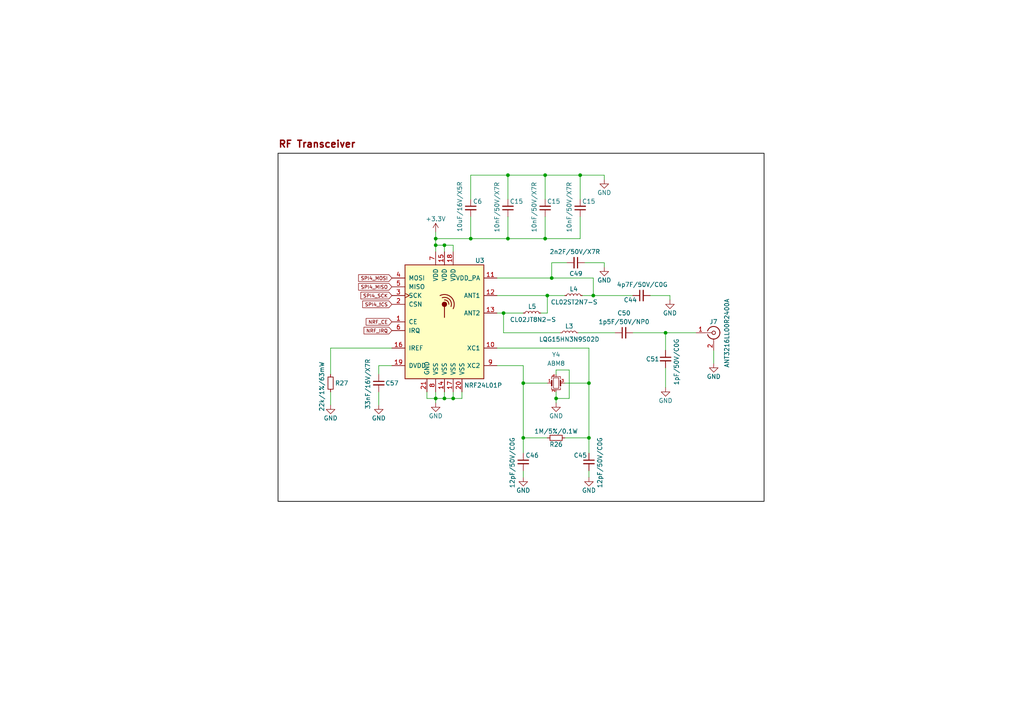
<source format=kicad_sch>
(kicad_sch (version 20230121) (generator eeschema)

  (uuid 867d8281-ff44-4b0f-9757-30636f28f314)

  (paper "A4")

  (title_block
    (title "Radio")
    (date "2023-08-20")
  )

  (lib_symbols
    (symbol "Connector:Conn_Coaxial" (pin_names (offset 1.016) hide) (in_bom yes) (on_board yes)
      (property "Reference" "J" (at 0.254 3.048 0)
        (effects (font (size 1.27 1.27)))
      )
      (property "Value" "Conn_Coaxial" (at 2.921 0 90)
        (effects (font (size 1.27 1.27)))
      )
      (property "Footprint" "" (at 0 0 0)
        (effects (font (size 1.27 1.27)) hide)
      )
      (property "Datasheet" " ~" (at 0 0 0)
        (effects (font (size 1.27 1.27)) hide)
      )
      (property "ki_keywords" "BNC SMA SMB SMC LEMO coaxial connector CINCH RCA" (at 0 0 0)
        (effects (font (size 1.27 1.27)) hide)
      )
      (property "ki_description" "coaxial connector (BNC, SMA, SMB, SMC, Cinch/RCA, LEMO, ...)" (at 0 0 0)
        (effects (font (size 1.27 1.27)) hide)
      )
      (property "ki_fp_filters" "*BNC* *SMA* *SMB* *SMC* *Cinch* *LEMO*" (at 0 0 0)
        (effects (font (size 1.27 1.27)) hide)
      )
      (symbol "Conn_Coaxial_0_1"
        (arc (start -1.778 -0.508) (mid 0.2311 -1.8066) (end 1.778 0)
          (stroke (width 0.254) (type default))
          (fill (type none))
        )
        (polyline
          (pts
            (xy -2.54 0)
            (xy -0.508 0)
          )
          (stroke (width 0) (type default))
          (fill (type none))
        )
        (polyline
          (pts
            (xy 0 -2.54)
            (xy 0 -1.778)
          )
          (stroke (width 0) (type default))
          (fill (type none))
        )
        (circle (center 0 0) (radius 0.508)
          (stroke (width 0.2032) (type default))
          (fill (type none))
        )
        (arc (start 1.778 0) (mid 0.2099 1.8101) (end -1.778 0.508)
          (stroke (width 0.254) (type default))
          (fill (type none))
        )
      )
      (symbol "Conn_Coaxial_1_1"
        (pin passive line (at -5.08 0 0) (length 2.54)
          (name "In" (effects (font (size 1.27 1.27))))
          (number "1" (effects (font (size 1.27 1.27))))
        )
        (pin passive line (at 0 -5.08 90) (length 2.54)
          (name "Ext" (effects (font (size 1.27 1.27))))
          (number "2" (effects (font (size 1.27 1.27))))
        )
      )
    )
    (symbol "Device:C_Small" (pin_numbers hide) (pin_names (offset 0.254) hide) (in_bom yes) (on_board yes)
      (property "Reference" "C" (at 0.254 1.778 0)
        (effects (font (size 1.27 1.27)) (justify left))
      )
      (property "Value" "C_Small" (at 0.254 -2.032 0)
        (effects (font (size 1.27 1.27)) (justify left))
      )
      (property "Footprint" "" (at 0 0 0)
        (effects (font (size 1.27 1.27)) hide)
      )
      (property "Datasheet" "~" (at 0 0 0)
        (effects (font (size 1.27 1.27)) hide)
      )
      (property "ki_keywords" "capacitor cap" (at 0 0 0)
        (effects (font (size 1.27 1.27)) hide)
      )
      (property "ki_description" "Unpolarized capacitor, small symbol" (at 0 0 0)
        (effects (font (size 1.27 1.27)) hide)
      )
      (property "ki_fp_filters" "C_*" (at 0 0 0)
        (effects (font (size 1.27 1.27)) hide)
      )
      (symbol "C_Small_0_1"
        (polyline
          (pts
            (xy -1.524 -0.508)
            (xy 1.524 -0.508)
          )
          (stroke (width 0.3302) (type default))
          (fill (type none))
        )
        (polyline
          (pts
            (xy -1.524 0.508)
            (xy 1.524 0.508)
          )
          (stroke (width 0.3048) (type default))
          (fill (type none))
        )
      )
      (symbol "C_Small_1_1"
        (pin passive line (at 0 2.54 270) (length 2.032)
          (name "~" (effects (font (size 1.27 1.27))))
          (number "1" (effects (font (size 1.27 1.27))))
        )
        (pin passive line (at 0 -2.54 90) (length 2.032)
          (name "~" (effects (font (size 1.27 1.27))))
          (number "2" (effects (font (size 1.27 1.27))))
        )
      )
    )
    (symbol "Device:Crystal_GND24_Small" (pin_names (offset 1.016) hide) (in_bom yes) (on_board yes)
      (property "Reference" "Y" (at 1.27 4.445 0)
        (effects (font (size 1.27 1.27)) (justify left))
      )
      (property "Value" "Crystal_GND24_Small" (at 1.27 2.54 0)
        (effects (font (size 1.27 1.27)) (justify left))
      )
      (property "Footprint" "" (at 0 0 0)
        (effects (font (size 1.27 1.27)) hide)
      )
      (property "Datasheet" "~" (at 0 0 0)
        (effects (font (size 1.27 1.27)) hide)
      )
      (property "ki_keywords" "quartz ceramic resonator oscillator" (at 0 0 0)
        (effects (font (size 1.27 1.27)) hide)
      )
      (property "ki_description" "Four pin crystal, GND on pins 2 and 4, small symbol" (at 0 0 0)
        (effects (font (size 1.27 1.27)) hide)
      )
      (property "ki_fp_filters" "Crystal*" (at 0 0 0)
        (effects (font (size 1.27 1.27)) hide)
      )
      (symbol "Crystal_GND24_Small_0_1"
        (rectangle (start -0.762 -1.524) (end 0.762 1.524)
          (stroke (width 0) (type default))
          (fill (type none))
        )
        (polyline
          (pts
            (xy -1.27 -0.762)
            (xy -1.27 0.762)
          )
          (stroke (width 0.381) (type default))
          (fill (type none))
        )
        (polyline
          (pts
            (xy 1.27 -0.762)
            (xy 1.27 0.762)
          )
          (stroke (width 0.381) (type default))
          (fill (type none))
        )
        (polyline
          (pts
            (xy -1.27 -1.27)
            (xy -1.27 -1.905)
            (xy 1.27 -1.905)
            (xy 1.27 -1.27)
          )
          (stroke (width 0) (type default))
          (fill (type none))
        )
        (polyline
          (pts
            (xy -1.27 1.27)
            (xy -1.27 1.905)
            (xy 1.27 1.905)
            (xy 1.27 1.27)
          )
          (stroke (width 0) (type default))
          (fill (type none))
        )
      )
      (symbol "Crystal_GND24_Small_1_1"
        (pin passive line (at -2.54 0 0) (length 1.27)
          (name "1" (effects (font (size 1.27 1.27))))
          (number "1" (effects (font (size 0.762 0.762))))
        )
        (pin passive line (at 0 -2.54 90) (length 0.635)
          (name "2" (effects (font (size 1.27 1.27))))
          (number "2" (effects (font (size 0.762 0.762))))
        )
        (pin passive line (at 2.54 0 180) (length 1.27)
          (name "3" (effects (font (size 1.27 1.27))))
          (number "3" (effects (font (size 0.762 0.762))))
        )
        (pin passive line (at 0 2.54 270) (length 0.635)
          (name "4" (effects (font (size 1.27 1.27))))
          (number "4" (effects (font (size 0.762 0.762))))
        )
      )
    )
    (symbol "Device:L_Small" (pin_numbers hide) (pin_names (offset 0.254) hide) (in_bom yes) (on_board yes)
      (property "Reference" "L" (at 0.762 1.016 0)
        (effects (font (size 1.27 1.27)) (justify left))
      )
      (property "Value" "L_Small" (at 0.762 -1.016 0)
        (effects (font (size 1.27 1.27)) (justify left))
      )
      (property "Footprint" "" (at 0 0 0)
        (effects (font (size 1.27 1.27)) hide)
      )
      (property "Datasheet" "~" (at 0 0 0)
        (effects (font (size 1.27 1.27)) hide)
      )
      (property "ki_keywords" "inductor choke coil reactor magnetic" (at 0 0 0)
        (effects (font (size 1.27 1.27)) hide)
      )
      (property "ki_description" "Inductor, small symbol" (at 0 0 0)
        (effects (font (size 1.27 1.27)) hide)
      )
      (property "ki_fp_filters" "Choke_* *Coil* Inductor_* L_*" (at 0 0 0)
        (effects (font (size 1.27 1.27)) hide)
      )
      (symbol "L_Small_0_1"
        (arc (start 0 -2.032) (mid 0.5058 -1.524) (end 0 -1.016)
          (stroke (width 0) (type default))
          (fill (type none))
        )
        (arc (start 0 -1.016) (mid 0.5058 -0.508) (end 0 0)
          (stroke (width 0) (type default))
          (fill (type none))
        )
        (arc (start 0 0) (mid 0.5058 0.508) (end 0 1.016)
          (stroke (width 0) (type default))
          (fill (type none))
        )
        (arc (start 0 1.016) (mid 0.5058 1.524) (end 0 2.032)
          (stroke (width 0) (type default))
          (fill (type none))
        )
      )
      (symbol "L_Small_1_1"
        (pin passive line (at 0 2.54 270) (length 0.508)
          (name "~" (effects (font (size 1.27 1.27))))
          (number "1" (effects (font (size 1.27 1.27))))
        )
        (pin passive line (at 0 -2.54 90) (length 0.508)
          (name "~" (effects (font (size 1.27 1.27))))
          (number "2" (effects (font (size 1.27 1.27))))
        )
      )
    )
    (symbol "Device:R_Small" (pin_numbers hide) (pin_names (offset 0.254) hide) (in_bom yes) (on_board yes)
      (property "Reference" "R" (at 0.762 0.508 0)
        (effects (font (size 1.27 1.27)) (justify left))
      )
      (property "Value" "R_Small" (at 0.762 -1.016 0)
        (effects (font (size 1.27 1.27)) (justify left))
      )
      (property "Footprint" "" (at 0 0 0)
        (effects (font (size 1.27 1.27)) hide)
      )
      (property "Datasheet" "~" (at 0 0 0)
        (effects (font (size 1.27 1.27)) hide)
      )
      (property "ki_keywords" "R resistor" (at 0 0 0)
        (effects (font (size 1.27 1.27)) hide)
      )
      (property "ki_description" "Resistor, small symbol" (at 0 0 0)
        (effects (font (size 1.27 1.27)) hide)
      )
      (property "ki_fp_filters" "R_*" (at 0 0 0)
        (effects (font (size 1.27 1.27)) hide)
      )
      (symbol "R_Small_0_1"
        (rectangle (start -0.762 1.778) (end 0.762 -1.778)
          (stroke (width 0.2032) (type default))
          (fill (type none))
        )
      )
      (symbol "R_Small_1_1"
        (pin passive line (at 0 2.54 270) (length 0.762)
          (name "~" (effects (font (size 1.27 1.27))))
          (number "1" (effects (font (size 1.27 1.27))))
        )
        (pin passive line (at 0 -2.54 90) (length 0.762)
          (name "~" (effects (font (size 1.27 1.27))))
          (number "2" (effects (font (size 1.27 1.27))))
        )
      )
    )
    (symbol "RF:nRF24L01P" (pin_names (offset 1.016)) (in_bom yes) (on_board yes)
      (property "Reference" "U3" (at 8.89 17.78 0)
        (effects (font (size 1.27 1.27)) (justify left))
      )
      (property "Value" "NRF24L01P" (at 5.715 -18.415 0)
        (effects (font (size 1.27 1.27)) (justify left))
      )
      (property "Footprint" "Package_DFN_QFN:QFN-20-1EP_4x4mm_P0.5mm_EP2.5x2.5mm" (at 5.08 20.32 0)
        (effects (font (size 1.27 1.27) italic) (justify left) hide)
      )
      (property "Datasheet" "http://www.nordicsemi.com/eng/content/download/2726/34069/file/nRF24L01P_Product_Specification_1_0.pdf" (at 0 2.54 0)
        (effects (font (size 1.27 1.27)) hide)
      )
      (property "ki_keywords" "Low Power RF Transceiver" (at 0 0 0)
        (effects (font (size 1.27 1.27)) hide)
      )
      (property "ki_description" "nRF24L01+, Ultra low power 2.4GHz RF Transceiver, QFN20 4x4mm" (at 0 0 0)
        (effects (font (size 1.27 1.27)) hide)
      )
      (property "ki_fp_filters" "QFN*4x4*0.5mm*" (at 0 0 0)
        (effects (font (size 1.27 1.27)) hide)
      )
      (symbol "nRF24L01P_0_1"
        (rectangle (start -11.43 16.51) (end 11.43 -16.51)
          (stroke (width 0.254) (type default))
          (fill (type background))
        )
        (polyline
          (pts
            (xy 0 4.445)
            (xy 0 1.27)
          )
          (stroke (width 0.254) (type default))
          (fill (type none))
        )
        (circle (center 0 5.08) (radius 0.635)
          (stroke (width 0.254) (type default))
          (fill (type outline))
        )
        (arc (start 1.27 5.08) (mid 0.9071 5.9946) (end 0 6.35)
          (stroke (width 0.254) (type default))
          (fill (type none))
        )
        (arc (start 1.905 4.445) (mid 1.4313 6.5254) (end -0.635 6.985)
          (stroke (width 0.254) (type default))
          (fill (type none))
        )
        (arc (start 2.54 3.81) (mid 2.008 7.088) (end -1.27 7.62)
          (stroke (width 0.254) (type default))
          (fill (type none))
        )
        (rectangle (start 11.43 -13.97) (end 11.43 -13.97)
          (stroke (width 0) (type default))
          (fill (type none))
        )
      )
      (symbol "nRF24L01P_1_1"
        (pin input line (at -15.24 0 0) (length 3.81)
          (name "CE" (effects (font (size 1.27 1.27))))
          (number "1" (effects (font (size 1.27 1.27))))
        )
        (pin passive line (at 15.24 -7.62 180) (length 3.81)
          (name "XC1" (effects (font (size 1.27 1.27))))
          (number "10" (effects (font (size 1.27 1.27))))
        )
        (pin power_out line (at 15.24 12.7 180) (length 3.81)
          (name "VDD_PA" (effects (font (size 1.27 1.27))))
          (number "11" (effects (font (size 1.27 1.27))))
        )
        (pin passive line (at 15.24 7.62 180) (length 3.81)
          (name "ANT1" (effects (font (size 1.27 1.27))))
          (number "12" (effects (font (size 1.27 1.27))))
        )
        (pin passive line (at 15.24 2.54 180) (length 3.81)
          (name "ANT2" (effects (font (size 1.27 1.27))))
          (number "13" (effects (font (size 1.27 1.27))))
        )
        (pin power_in line (at 0 -20.32 90) (length 3.81)
          (name "VSS" (effects (font (size 1.27 1.27))))
          (number "14" (effects (font (size 1.27 1.27))))
        )
        (pin power_in line (at 0 20.32 270) (length 3.81)
          (name "VDD" (effects (font (size 1.27 1.27))))
          (number "15" (effects (font (size 1.27 1.27))))
        )
        (pin passive line (at -15.24 -7.62 0) (length 3.81)
          (name "IREF" (effects (font (size 1.27 1.27))))
          (number "16" (effects (font (size 1.27 1.27))))
        )
        (pin power_in line (at 2.54 -20.32 90) (length 3.81)
          (name "VSS" (effects (font (size 1.27 1.27))))
          (number "17" (effects (font (size 1.27 1.27))))
        )
        (pin power_in line (at 2.54 20.32 270) (length 3.81)
          (name "VDD" (effects (font (size 1.27 1.27))))
          (number "18" (effects (font (size 1.27 1.27))))
        )
        (pin power_out line (at -15.24 -12.7 0) (length 3.81)
          (name "DVDD" (effects (font (size 1.27 1.27))))
          (number "19" (effects (font (size 1.27 1.27))))
        )
        (pin input line (at -15.24 5.08 0) (length 3.81)
          (name "CSN" (effects (font (size 1.27 1.27))))
          (number "2" (effects (font (size 1.27 1.27))))
        )
        (pin power_in line (at 5.08 -20.32 90) (length 3.81)
          (name "VSS" (effects (font (size 1.27 1.27))))
          (number "20" (effects (font (size 1.27 1.27))))
        )
        (pin bidirectional line (at -5.08 -20.32 90) (length 3.81)
          (name "GND" (effects (font (size 1.27 1.27))))
          (number "21" (effects (font (size 1.27 1.27))))
        )
        (pin input clock (at -15.24 7.62 0) (length 3.81)
          (name "SCK" (effects (font (size 1.27 1.27))))
          (number "3" (effects (font (size 1.27 1.27))))
        )
        (pin input line (at -15.24 12.7 0) (length 3.81)
          (name "MOSI" (effects (font (size 1.27 1.27))))
          (number "4" (effects (font (size 1.27 1.27))))
        )
        (pin output line (at -15.24 10.16 0) (length 3.81)
          (name "MISO" (effects (font (size 1.27 1.27))))
          (number "5" (effects (font (size 1.27 1.27))))
        )
        (pin output line (at -15.24 -2.54 0) (length 3.81)
          (name "IRQ" (effects (font (size 1.27 1.27))))
          (number "6" (effects (font (size 1.27 1.27))))
        )
        (pin power_in line (at -2.54 20.32 270) (length 3.81)
          (name "VDD" (effects (font (size 1.27 1.27))))
          (number "7" (effects (font (size 1.27 1.27))))
        )
        (pin power_in line (at -2.54 -20.32 90) (length 3.81)
          (name "VSS" (effects (font (size 1.27 1.27))))
          (number "8" (effects (font (size 1.27 1.27))))
        )
        (pin passive line (at 15.24 -12.7 180) (length 3.81)
          (name "XC2" (effects (font (size 1.27 1.27))))
          (number "9" (effects (font (size 1.27 1.27))))
        )
      )
    )
    (symbol "power:+3.3V" (power) (pin_names (offset 0)) (in_bom yes) (on_board yes)
      (property "Reference" "#PWR" (at 0 -3.81 0)
        (effects (font (size 1.27 1.27)) hide)
      )
      (property "Value" "+3.3V" (at 0 3.556 0)
        (effects (font (size 1.27 1.27)))
      )
      (property "Footprint" "" (at 0 0 0)
        (effects (font (size 1.27 1.27)) hide)
      )
      (property "Datasheet" "" (at 0 0 0)
        (effects (font (size 1.27 1.27)) hide)
      )
      (property "ki_keywords" "global power" (at 0 0 0)
        (effects (font (size 1.27 1.27)) hide)
      )
      (property "ki_description" "Power symbol creates a global label with name \"+3.3V\"" (at 0 0 0)
        (effects (font (size 1.27 1.27)) hide)
      )
      (symbol "+3.3V_0_1"
        (polyline
          (pts
            (xy -0.762 1.27)
            (xy 0 2.54)
          )
          (stroke (width 0) (type default))
          (fill (type none))
        )
        (polyline
          (pts
            (xy 0 0)
            (xy 0 2.54)
          )
          (stroke (width 0) (type default))
          (fill (type none))
        )
        (polyline
          (pts
            (xy 0 2.54)
            (xy 0.762 1.27)
          )
          (stroke (width 0) (type default))
          (fill (type none))
        )
      )
      (symbol "+3.3V_1_1"
        (pin power_in line (at 0 0 90) (length 0) hide
          (name "+3.3V" (effects (font (size 1.27 1.27))))
          (number "1" (effects (font (size 1.27 1.27))))
        )
      )
    )
    (symbol "power:GND" (power) (pin_names (offset 0)) (in_bom yes) (on_board yes)
      (property "Reference" "#PWR" (at 0 -6.35 0)
        (effects (font (size 1.27 1.27)) hide)
      )
      (property "Value" "GND" (at 0 -3.81 0)
        (effects (font (size 1.27 1.27)))
      )
      (property "Footprint" "" (at 0 0 0)
        (effects (font (size 1.27 1.27)) hide)
      )
      (property "Datasheet" "" (at 0 0 0)
        (effects (font (size 1.27 1.27)) hide)
      )
      (property "ki_keywords" "global power" (at 0 0 0)
        (effects (font (size 1.27 1.27)) hide)
      )
      (property "ki_description" "Power symbol creates a global label with name \"GND\" , ground" (at 0 0 0)
        (effects (font (size 1.27 1.27)) hide)
      )
      (symbol "GND_0_1"
        (polyline
          (pts
            (xy 0 0)
            (xy 0 -1.27)
            (xy 1.27 -1.27)
            (xy 0 -2.54)
            (xy -1.27 -1.27)
            (xy 0 -1.27)
          )
          (stroke (width 0) (type default))
          (fill (type none))
        )
      )
      (symbol "GND_1_1"
        (pin power_in line (at 0 0 270) (length 0) hide
          (name "GND" (effects (font (size 1.27 1.27))))
          (number "1" (effects (font (size 1.27 1.27))))
        )
      )
    )
  )

  (junction (at 170.815 127) (diameter 0) (color 0 0 0 0)
    (uuid 01049f24-05de-4c39-9c44-1a4deb6b6448)
  )
  (junction (at 147.32 69.215) (diameter 0) (color 0 0 0 0)
    (uuid 11ca4b48-e4f3-4301-90e9-cbb847f00419)
  )
  (junction (at 158.75 85.725) (diameter 0) (color 0 0 0 0)
    (uuid 15097506-2269-4889-9a5a-e4a8e3224551)
  )
  (junction (at 146.05 90.805) (diameter 0) (color 0 0 0 0)
    (uuid 1c266aac-8e9f-4c48-a3fc-6cc8c6ba6a9e)
  )
  (junction (at 126.365 69.215) (diameter 0) (color 0 0 0 0)
    (uuid 2ed88e2e-3f97-440d-a07f-4c56b3e84887)
  )
  (junction (at 158.115 69.215) (diameter 0) (color 0 0 0 0)
    (uuid 3287fc49-dd9c-43cf-a180-9d67d9a8cc91)
  )
  (junction (at 160.02 80.645) (diameter 0) (color 0 0 0 0)
    (uuid 4a96547d-9448-46d8-a739-1229536a91a5)
  )
  (junction (at 126.365 71.12) (diameter 0) (color 0 0 0 0)
    (uuid 5731d2a3-2450-4921-bf25-17bc9d5be693)
  )
  (junction (at 128.905 115.57) (diameter 0) (color 0 0 0 0)
    (uuid 5a5d6739-6ff1-4bf7-949b-e3a3bcd57e5f)
  )
  (junction (at 158.115 50.8) (diameter 0) (color 0 0 0 0)
    (uuid 903bb8e7-47aa-496e-9206-3e1dcb964131)
  )
  (junction (at 126.365 115.57) (diameter 0) (color 0 0 0 0)
    (uuid 9f3f01f3-77bd-4c5f-8b64-b6f1bcc3fb76)
  )
  (junction (at 151.765 127) (diameter 0) (color 0 0 0 0)
    (uuid a82e1c27-8dff-4cae-82ee-13999ecd3373)
  )
  (junction (at 151.765 111.125) (diameter 0) (color 0 0 0 0)
    (uuid c2787d82-0356-45c3-bfae-109d70c3cd82)
  )
  (junction (at 193.04 96.52) (diameter 0) (color 0 0 0 0)
    (uuid c285893a-f1c9-480e-b520-b2abb9d5e970)
  )
  (junction (at 172.085 85.725) (diameter 0) (color 0 0 0 0)
    (uuid c3cf558e-24c9-4129-91b3-cb6d0244da83)
  )
  (junction (at 136.525 69.215) (diameter 0) (color 0 0 0 0)
    (uuid c3eac52f-3d43-4c6d-8dc3-3ff27216f764)
  )
  (junction (at 147.32 50.8) (diameter 0) (color 0 0 0 0)
    (uuid cb0b274f-f571-4519-93fa-5356f1d32c7f)
  )
  (junction (at 161.29 115.57) (diameter 0) (color 0 0 0 0)
    (uuid cc2a29bc-80a6-485b-9f32-56b62a61153a)
  )
  (junction (at 170.815 111.125) (diameter 0) (color 0 0 0 0)
    (uuid cc652a04-d583-4932-b43e-54fb2997c553)
  )
  (junction (at 131.445 115.57) (diameter 0) (color 0 0 0 0)
    (uuid d1464c3a-a712-46a6-82b5-f33b5edc79af)
  )
  (junction (at 168.275 50.8) (diameter 0) (color 0 0 0 0)
    (uuid e9518917-5ff7-42d8-8a6e-0a8571863858)
  )
  (junction (at 128.905 71.12) (diameter 0) (color 0 0 0 0)
    (uuid f78f01bd-2548-4237-ac13-a3c7439fb54b)
  )

  (wire (pts (xy 131.445 73.025) (xy 131.445 71.12))
    (stroke (width 0) (type default))
    (uuid 009c9fdc-d7d1-41f0-90c2-aa716eb39de6)
  )
  (wire (pts (xy 126.365 69.215) (xy 136.525 69.215))
    (stroke (width 0) (type default))
    (uuid 02af3479-f14c-4f51-b547-5c86ab04bc95)
  )
  (wire (pts (xy 172.085 80.645) (xy 172.085 85.725))
    (stroke (width 0) (type default))
    (uuid 059faaf2-60b4-4dec-a73b-dc7028b9bbf9)
  )
  (wire (pts (xy 158.115 69.215) (xy 158.115 62.865))
    (stroke (width 0) (type default))
    (uuid 06060e2a-85e9-40f4-8689-47b17b3d8dd5)
  )
  (wire (pts (xy 147.32 50.8) (xy 147.32 57.785))
    (stroke (width 0) (type default))
    (uuid 08be1948-36d8-44cf-912d-45d7f1cd59a6)
  )
  (wire (pts (xy 183.515 96.52) (xy 193.04 96.52))
    (stroke (width 0) (type default))
    (uuid 0c978055-a81c-4719-9cb1-211ace842655)
  )
  (wire (pts (xy 167.64 96.52) (xy 178.435 96.52))
    (stroke (width 0) (type default))
    (uuid 0ca81f23-0b4d-4e20-9329-62e62515bd38)
  )
  (wire (pts (xy 161.29 107.315) (xy 161.29 108.585))
    (stroke (width 0) (type default))
    (uuid 0ddbd76c-5c5d-4364-9995-df1616693ea4)
  )
  (wire (pts (xy 128.905 115.57) (xy 128.905 113.665))
    (stroke (width 0) (type default))
    (uuid 0f05195b-1c79-4c2c-88c6-4315680b318a)
  )
  (wire (pts (xy 170.815 100.965) (xy 144.145 100.965))
    (stroke (width 0) (type default))
    (uuid 17f79c72-03be-4590-971e-ad71a3f12911)
  )
  (wire (pts (xy 151.765 127) (xy 151.765 131.445))
    (stroke (width 0) (type default))
    (uuid 1c44d732-7249-4168-a75c-e911adff845c)
  )
  (wire (pts (xy 172.085 85.725) (xy 183.515 85.725))
    (stroke (width 0) (type default))
    (uuid 1c9a51c2-e340-42d8-b103-25c6a040fe63)
  )
  (wire (pts (xy 175.26 76.2) (xy 175.26 77.47))
    (stroke (width 0) (type default))
    (uuid 1e3896bc-718c-4959-9203-b107ebab780e)
  )
  (wire (pts (xy 144.145 80.645) (xy 160.02 80.645))
    (stroke (width 0) (type default))
    (uuid 262c3297-e636-4721-a0f5-12f695ea1106)
  )
  (wire (pts (xy 163.83 111.125) (xy 170.815 111.125))
    (stroke (width 0) (type default))
    (uuid 28b94734-cf31-4b94-b850-3a95e2439c18)
  )
  (wire (pts (xy 193.04 106.68) (xy 193.04 112.395))
    (stroke (width 0) (type default))
    (uuid 30e6f7e0-9c74-4c38-bb94-1b029a19396a)
  )
  (wire (pts (xy 193.04 96.52) (xy 201.93 96.52))
    (stroke (width 0) (type default))
    (uuid 37996691-baa3-46f3-8d89-24dfcc6cf8d1)
  )
  (wire (pts (xy 131.445 115.57) (xy 133.985 115.57))
    (stroke (width 0) (type default))
    (uuid 3e16f844-a7ac-47ac-8463-c38b20a83cd1)
  )
  (wire (pts (xy 151.765 136.525) (xy 151.765 138.43))
    (stroke (width 0) (type default))
    (uuid 3eb218ca-2e0e-49a0-a467-4685297e7448)
  )
  (wire (pts (xy 113.665 106.045) (xy 109.855 106.045))
    (stroke (width 0) (type default))
    (uuid 3fdefb42-5db9-48ec-a375-a0bef04e6b39)
  )
  (wire (pts (xy 126.365 113.665) (xy 126.365 115.57))
    (stroke (width 0) (type default))
    (uuid 40665968-f9fa-4be7-bf5e-109e4efaecb9)
  )
  (wire (pts (xy 126.365 115.57) (xy 128.905 115.57))
    (stroke (width 0) (type default))
    (uuid 449fb035-b96c-437d-ad4c-0bce2b5d08d1)
  )
  (wire (pts (xy 151.765 127) (xy 158.75 127))
    (stroke (width 0) (type default))
    (uuid 44cd4752-e781-4906-8ed6-c981fa62bbba)
  )
  (wire (pts (xy 207.01 101.6) (xy 207.01 105.41))
    (stroke (width 0) (type default))
    (uuid 45404117-9aeb-470b-9021-2486a262cc8b)
  )
  (wire (pts (xy 131.445 71.12) (xy 128.905 71.12))
    (stroke (width 0) (type default))
    (uuid 4b8d916e-0e5b-4418-8b28-e639eb8da4c0)
  )
  (wire (pts (xy 126.365 69.215) (xy 126.365 71.12))
    (stroke (width 0) (type default))
    (uuid 4ece9810-f9d6-49a1-b2fd-b50e25799f07)
  )
  (wire (pts (xy 95.885 113.665) (xy 95.885 117.475))
    (stroke (width 0) (type default))
    (uuid 552c50df-8fd6-4f9a-bcd0-ed6b96bc016d)
  )
  (wire (pts (xy 136.525 69.215) (xy 136.525 62.865))
    (stroke (width 0) (type default))
    (uuid 55fdc58b-101c-44a8-896b-47272a564452)
  )
  (wire (pts (xy 168.275 50.8) (xy 175.26 50.8))
    (stroke (width 0) (type default))
    (uuid 5a437d50-23a6-4026-8bd2-a178902a9cc9)
  )
  (wire (pts (xy 131.445 115.57) (xy 131.445 113.665))
    (stroke (width 0) (type default))
    (uuid 5bbf341e-7e3f-4cb4-8912-f3ddc62b3d38)
  )
  (wire (pts (xy 128.905 115.57) (xy 131.445 115.57))
    (stroke (width 0) (type default))
    (uuid 5ff3fa12-5b48-44ab-a7e8-d8a2a6902245)
  )
  (wire (pts (xy 169.545 76.2) (xy 175.26 76.2))
    (stroke (width 0) (type default))
    (uuid 660430c1-0ff9-422d-b319-ba796714ba14)
  )
  (wire (pts (xy 123.825 115.57) (xy 126.365 115.57))
    (stroke (width 0) (type default))
    (uuid 67839aa3-3b3b-438f-a408-7bbe9a7334f1)
  )
  (wire (pts (xy 160.02 80.645) (xy 172.085 80.645))
    (stroke (width 0) (type default))
    (uuid 694852fc-62d8-491e-9b5b-aa46c76e223a)
  )
  (wire (pts (xy 175.26 50.8) (xy 175.26 52.07))
    (stroke (width 0) (type default))
    (uuid 6b71bc66-729b-42f5-9f49-ab5255feda4c)
  )
  (wire (pts (xy 136.525 69.215) (xy 147.32 69.215))
    (stroke (width 0) (type default))
    (uuid 712a8ae7-d18a-43b5-8592-cf4cbd288cd6)
  )
  (wire (pts (xy 188.595 85.725) (xy 194.31 85.725))
    (stroke (width 0) (type default))
    (uuid 726359cc-a28b-4f64-addd-da34560f578e)
  )
  (wire (pts (xy 144.145 85.725) (xy 158.75 85.725))
    (stroke (width 0) (type default))
    (uuid 7407c7f9-3986-4b7e-9891-0a1b080a83e0)
  )
  (wire (pts (xy 151.765 111.125) (xy 151.765 127))
    (stroke (width 0) (type default))
    (uuid 78aa93f5-7cfb-44a7-beca-848c9ca29e3b)
  )
  (wire (pts (xy 160.02 76.2) (xy 160.02 80.645))
    (stroke (width 0) (type default))
    (uuid 795e7db3-a0d6-4571-88fa-c8a72a1dba9f)
  )
  (wire (pts (xy 161.29 115.57) (xy 161.29 116.84))
    (stroke (width 0) (type default))
    (uuid 7a708e60-f761-452d-b6e6-0b5c20f24929)
  )
  (wire (pts (xy 158.115 50.8) (xy 168.275 50.8))
    (stroke (width 0) (type default))
    (uuid 7c018570-b1a0-4e6e-8a35-6acbdfebb8c0)
  )
  (wire (pts (xy 109.855 113.665) (xy 109.855 117.475))
    (stroke (width 0) (type default))
    (uuid 7e9dad5e-7b70-494d-bf56-d6f190e94641)
  )
  (wire (pts (xy 95.885 100.965) (xy 113.665 100.965))
    (stroke (width 0) (type default))
    (uuid 8dd44a75-2fed-403a-aa52-0a71605abcac)
  )
  (wire (pts (xy 123.825 113.665) (xy 123.825 115.57))
    (stroke (width 0) (type default))
    (uuid 912c9519-4ad9-4d4a-993f-be931be707d8)
  )
  (wire (pts (xy 170.815 111.125) (xy 170.815 127))
    (stroke (width 0) (type default))
    (uuid 91b2c2ec-70a7-4cdb-aa1d-a4e7ebb40069)
  )
  (wire (pts (xy 146.05 96.52) (xy 162.56 96.52))
    (stroke (width 0) (type default))
    (uuid 9af9dfb7-f063-4ad7-b97a-6eb27c79aed3)
  )
  (wire (pts (xy 170.815 100.965) (xy 170.815 111.125))
    (stroke (width 0) (type default))
    (uuid 9e8214ee-fe24-49b4-82d5-2580bb1cde06)
  )
  (wire (pts (xy 146.05 90.805) (xy 151.765 90.805))
    (stroke (width 0) (type default))
    (uuid a8a1d32a-3a48-4c71-ad6c-55f7031abc7a)
  )
  (wire (pts (xy 146.05 90.805) (xy 146.05 96.52))
    (stroke (width 0) (type default))
    (uuid aa14534b-9420-478c-bb3f-ab40386159b5)
  )
  (wire (pts (xy 109.855 106.045) (xy 109.855 108.585))
    (stroke (width 0) (type default))
    (uuid aa2d937a-d425-45ac-bdfa-474c9b134d6e)
  )
  (wire (pts (xy 147.32 69.215) (xy 158.115 69.215))
    (stroke (width 0) (type default))
    (uuid abd51039-9965-4763-98bf-383339118ba1)
  )
  (wire (pts (xy 164.465 76.2) (xy 160.02 76.2))
    (stroke (width 0) (type default))
    (uuid ad609a5a-7bd2-44f7-9034-b222541bc858)
  )
  (wire (pts (xy 147.32 50.8) (xy 158.115 50.8))
    (stroke (width 0) (type default))
    (uuid add41d23-0adc-46a8-9d69-900b01f33b58)
  )
  (wire (pts (xy 126.365 71.12) (xy 126.365 73.025))
    (stroke (width 0) (type default))
    (uuid af289426-0eba-4079-baa2-7c4c259d5a70)
  )
  (wire (pts (xy 168.91 85.725) (xy 172.085 85.725))
    (stroke (width 0) (type default))
    (uuid b4a87a4d-8365-46ee-aaa8-8b896d5500c1)
  )
  (wire (pts (xy 165.1 107.315) (xy 161.29 107.315))
    (stroke (width 0) (type default))
    (uuid b50414a7-b49e-42f7-b52d-387e3b2d576f)
  )
  (wire (pts (xy 133.985 115.57) (xy 133.985 113.665))
    (stroke (width 0) (type default))
    (uuid b6df54e9-f9eb-42c1-b28e-b50314297083)
  )
  (wire (pts (xy 128.905 71.12) (xy 126.365 71.12))
    (stroke (width 0) (type default))
    (uuid b8737bd5-0156-41a1-86d6-dc99975e4d0e)
  )
  (wire (pts (xy 163.83 127) (xy 170.815 127))
    (stroke (width 0) (type default))
    (uuid bbec9785-57f2-480a-9003-b6581f79a051)
  )
  (wire (pts (xy 158.115 69.215) (xy 168.275 69.215))
    (stroke (width 0) (type default))
    (uuid be804155-2c9e-4044-abf5-291f2ad96535)
  )
  (wire (pts (xy 136.525 57.785) (xy 136.525 50.8))
    (stroke (width 0) (type default))
    (uuid c209d065-ad64-4ad4-8a51-d11b1809b0ea)
  )
  (wire (pts (xy 193.04 96.52) (xy 193.04 101.6))
    (stroke (width 0) (type default))
    (uuid c643f4fd-7577-4112-a01d-e29bc2bc2627)
  )
  (wire (pts (xy 151.765 106.045) (xy 151.765 111.125))
    (stroke (width 0) (type default))
    (uuid c854b56b-bd0e-435d-9c39-473d772a8307)
  )
  (wire (pts (xy 128.905 73.025) (xy 128.905 71.12))
    (stroke (width 0) (type default))
    (uuid ca227ceb-5457-49b3-9eda-c906e43949c8)
  )
  (wire (pts (xy 168.275 69.215) (xy 168.275 62.865))
    (stroke (width 0) (type default))
    (uuid ccf89b8b-7bc2-47c7-af17-a90dac1bb39d)
  )
  (wire (pts (xy 126.365 115.57) (xy 126.365 116.84))
    (stroke (width 0) (type default))
    (uuid cd122e4e-f39e-4dbc-aa77-9860edc47aa5)
  )
  (wire (pts (xy 170.815 136.525) (xy 170.815 138.43))
    (stroke (width 0) (type default))
    (uuid cd820288-bcfb-4036-b400-a0b53b68129a)
  )
  (wire (pts (xy 151.765 106.045) (xy 144.145 106.045))
    (stroke (width 0) (type default))
    (uuid ce32c992-9242-46f2-8964-c634e5db596d)
  )
  (wire (pts (xy 144.145 90.805) (xy 146.05 90.805))
    (stroke (width 0) (type default))
    (uuid ceb7fbf0-9a34-47ae-ac2b-170326a82a15)
  )
  (wire (pts (xy 158.115 50.8) (xy 158.115 57.785))
    (stroke (width 0) (type default))
    (uuid d0ce0b17-0e3d-4d56-9d47-23b6ddacd2c4)
  )
  (wire (pts (xy 170.815 127) (xy 170.815 131.445))
    (stroke (width 0) (type default))
    (uuid d6715812-5e10-4195-935a-5238d70bca84)
  )
  (wire (pts (xy 95.885 108.585) (xy 95.885 100.965))
    (stroke (width 0) (type default))
    (uuid d6b29907-07dc-4b5c-9ff9-8a7742ad7361)
  )
  (wire (pts (xy 165.1 107.315) (xy 165.1 115.57))
    (stroke (width 0) (type default))
    (uuid d957e9ce-b1cd-444e-ad09-7fc8faa2cb15)
  )
  (wire (pts (xy 136.525 50.8) (xy 147.32 50.8))
    (stroke (width 0) (type default))
    (uuid da256c51-625a-4d30-ab51-6f04968f74cd)
  )
  (wire (pts (xy 194.31 85.725) (xy 194.31 86.995))
    (stroke (width 0) (type default))
    (uuid ddff69c6-acb0-4a5a-9ae9-02406e40cdb8)
  )
  (wire (pts (xy 147.32 69.215) (xy 147.32 62.865))
    (stroke (width 0) (type default))
    (uuid dfba0a49-5ed2-4eaf-80f6-4252f2b50b08)
  )
  (wire (pts (xy 126.365 67.31) (xy 126.365 69.215))
    (stroke (width 0) (type default))
    (uuid e3a98a4f-2fff-480a-a650-354968ca6270)
  )
  (wire (pts (xy 151.765 111.125) (xy 158.75 111.125))
    (stroke (width 0) (type default))
    (uuid e5181c70-fd56-470e-bc28-d8122891d9b4)
  )
  (wire (pts (xy 158.75 90.805) (xy 158.75 85.725))
    (stroke (width 0) (type default))
    (uuid e616cf3b-a7f6-467c-9370-f08ebb57b63d)
  )
  (wire (pts (xy 168.275 50.8) (xy 168.275 57.785))
    (stroke (width 0) (type default))
    (uuid ee138c6a-ac81-4c3d-b945-a21d223d6810)
  )
  (wire (pts (xy 156.845 90.805) (xy 158.75 90.805))
    (stroke (width 0) (type default))
    (uuid f683f7a5-91e8-48b0-b0c7-4e569002ed55)
  )
  (wire (pts (xy 158.75 85.725) (xy 163.83 85.725))
    (stroke (width 0) (type default))
    (uuid f80c354e-2d1b-4ab0-9daf-c6d6e272e4bf)
  )
  (wire (pts (xy 161.29 115.57) (xy 165.1 115.57))
    (stroke (width 0) (type default))
    (uuid fb6745a4-bf45-4ed8-af60-67f1c9a05f01)
  )
  (wire (pts (xy 161.29 113.665) (xy 161.29 115.57))
    (stroke (width 0) (type default))
    (uuid feb7861d-4313-4c7c-b406-427c75ac751e)
  )

  (rectangle (start 80.645 44.45) (end 221.615 145.415)
    (stroke (width 0.2) (type default) (color 0 0 0 1))
    (fill (type none))
    (uuid 2b3d7eee-62d0-4f36-a25f-2f435a71a920)
  )

  (text "RF Transceiver" (at 80.645 43.18 0)
    (effects (font (size 2 2) (thickness 0.4) bold (color 132 0 0 1)) (justify left bottom))
    (uuid d42cbcfb-864e-4360-839a-1c74443f6eb3)
  )

  (global_label "NRF_IRQ" (shape input) (at 113.665 95.885 180) (fields_autoplaced)
    (effects (font (size 1 1)) (justify right))
    (uuid 10c59ba5-15e0-4ebf-9607-c6b5433a5cb6)
    (property "Intersheetrefs" "${INTERSHEET_REFS}" (at 105.1867 95.885 0)
      (effects (font (size 1.27 1.27)) (justify right) hide)
    )
  )
  (global_label "NRF_CE" (shape input) (at 113.665 93.345 180) (fields_autoplaced)
    (effects (font (size 1 1)) (justify right))
    (uuid 1fe54b31-5708-4a61-9ade-068250073dfb)
    (property "Intersheetrefs" "${INTERSHEET_REFS}" (at 105.8057 93.345 0)
      (effects (font (size 1.27 1.27)) (justify right) hide)
    )
  )
  (global_label "SPI4_!CS" (shape input) (at 113.665 88.265 180) (fields_autoplaced)
    (effects (font (size 1 1)) (justify right))
    (uuid 6cda957b-b2ed-49db-91b5-7089b1d4f1b1)
    (property "Intersheetrefs" "${INTERSHEET_REFS}" (at 104.8056 88.265 0)
      (effects (font (size 1.27 1.27)) (justify right) hide)
    )
  )
  (global_label "SPI4_MISO" (shape input) (at 113.665 83.185 180) (fields_autoplaced)
    (effects (font (size 1 1)) (justify right))
    (uuid 77a8a0ac-f86e-4f61-a09f-b20d5a2d61d1)
    (property "Intersheetrefs" "${INTERSHEET_REFS}" (at 103.6151 83.185 0)
      (effects (font (size 1.27 1.27)) (justify right) hide)
    )
  )
  (global_label "SPI4_SCK" (shape input) (at 113.665 85.725 180) (fields_autoplaced)
    (effects (font (size 1 1)) (justify right))
    (uuid b72c6853-2d74-42ce-b4f4-09926b067544)
    (property "Intersheetrefs" "${INTERSHEET_REFS}" (at 104.2818 85.725 0)
      (effects (font (size 1.27 1.27)) (justify right) hide)
    )
  )
  (global_label "SPI4_MOSI" (shape input) (at 113.665 80.645 180) (fields_autoplaced)
    (effects (font (size 1 1)) (justify right))
    (uuid fb8f4c2a-679b-4e19-b10d-2529a3630ed8)
    (property "Intersheetrefs" "${INTERSHEET_REFS}" (at 103.6151 80.645 0)
      (effects (font (size 1.27 1.27)) (justify right) hide)
    )
  )

  (symbol (lib_id "power:GND") (at 151.765 138.43 0) (unit 1)
    (in_bom yes) (on_board yes) (dnp no)
    (uuid 0027825f-1564-4c45-929d-ca1b32aab69b)
    (property "Reference" "#PWR083" (at 151.765 144.78 0)
      (effects (font (size 1.27 1.27)) hide)
    )
    (property "Value" "GND" (at 151.765 142.24 0)
      (effects (font (size 1.27 1.27)))
    )
    (property "Footprint" "" (at 151.765 138.43 0)
      (effects (font (size 1.27 1.27)) hide)
    )
    (property "Datasheet" "" (at 151.765 138.43 0)
      (effects (font (size 1.27 1.27)) hide)
    )
    (pin "1" (uuid 42368669-e431-42d3-8ca9-1bc4f9700635))
    (instances
      (project "3D Scanner with IR sensor Central Unit"
        (path "/ebb0c329-72b8-4399-9379-9a536462861f/a6ecb4fe-41dd-4b85-adbc-ce9e402fe813"
          (reference "#PWR083") (unit 1)
        )
        (path "/ebb0c329-72b8-4399-9379-9a536462861f/7e192b20-b944-4f53-b479-858de3b859d1"
          (reference "#PWR0120") (unit 1)
        )
      )
    )
  )

  (symbol (lib_id "Device:C_Small") (at 170.815 133.985 0) (unit 1)
    (in_bom yes) (on_board yes) (dnp no)
    (uuid 0966fe8d-1803-4207-8c1e-14e14cf842af)
    (property "Reference" "C45" (at 166.37 132.08 0)
      (effects (font (size 1.27 1.27)) (justify left))
    )
    (property "Value" "12pF/50V/C0G" (at 173.99 141.605 90)
      (effects (font (size 1.27 1.27)) (justify left))
    )
    (property "Footprint" "Capacitor_SMD:C_0402_1005Metric" (at 170.815 133.985 0)
      (effects (font (size 1.27 1.27)) hide)
    )
    (property "Datasheet" "~" (at 170.815 133.985 0)
      (effects (font (size 1.27 1.27)) hide)
    )
    (pin "1" (uuid 3837b96e-4490-4dca-b173-2d2573fc8ad8))
    (pin "2" (uuid c7694bb0-8a95-47fb-8122-1389a562ee09))
    (instances
      (project "3D Scanner with IR sensor Central Unit"
        (path "/ebb0c329-72b8-4399-9379-9a536462861f/a6ecb4fe-41dd-4b85-adbc-ce9e402fe813"
          (reference "C45") (unit 1)
        )
        (path "/ebb0c329-72b8-4399-9379-9a536462861f/7e192b20-b944-4f53-b479-858de3b859d1"
          (reference "C70") (unit 1)
        )
      )
    )
  )

  (symbol (lib_id "power:GND") (at 194.31 86.995 0) (unit 1)
    (in_bom yes) (on_board yes) (dnp no)
    (uuid 14c4da79-8cb9-4768-a8d1-a1b7691548d6)
    (property "Reference" "#PWR090" (at 194.31 93.345 0)
      (effects (font (size 1.27 1.27)) hide)
    )
    (property "Value" "GND" (at 194.31 90.805 0)
      (effects (font (size 1.27 1.27)))
    )
    (property "Footprint" "" (at 194.31 86.995 0)
      (effects (font (size 1.27 1.27)) hide)
    )
    (property "Datasheet" "" (at 194.31 86.995 0)
      (effects (font (size 1.27 1.27)) hide)
    )
    (pin "1" (uuid b7d61166-c88b-4ae0-8aa6-2eaa479c0252))
    (instances
      (project "3D Scanner with IR sensor Central Unit"
        (path "/ebb0c329-72b8-4399-9379-9a536462861f/a6ecb4fe-41dd-4b85-adbc-ce9e402fe813"
          (reference "#PWR090") (unit 1)
        )
        (path "/ebb0c329-72b8-4399-9379-9a536462861f/7e192b20-b944-4f53-b479-858de3b859d1"
          (reference "#PWR0126") (unit 1)
        )
      )
    )
  )

  (symbol (lib_id "power:GND") (at 175.26 52.07 0) (unit 1)
    (in_bom yes) (on_board yes) (dnp no)
    (uuid 159154af-c825-463e-b449-c2afee935d49)
    (property "Reference" "#PWR087" (at 175.26 58.42 0)
      (effects (font (size 1.27 1.27)) hide)
    )
    (property "Value" "GND" (at 175.26 55.88 0)
      (effects (font (size 1.27 1.27)))
    )
    (property "Footprint" "" (at 175.26 52.07 0)
      (effects (font (size 1.27 1.27)) hide)
    )
    (property "Datasheet" "" (at 175.26 52.07 0)
      (effects (font (size 1.27 1.27)) hide)
    )
    (pin "1" (uuid 57777d66-622f-4e01-93b3-c3885b992407))
    (instances
      (project "3D Scanner with IR sensor Central Unit"
        (path "/ebb0c329-72b8-4399-9379-9a536462861f/a6ecb4fe-41dd-4b85-adbc-ce9e402fe813"
          (reference "#PWR087") (unit 1)
        )
        (path "/ebb0c329-72b8-4399-9379-9a536462861f/7e192b20-b944-4f53-b479-858de3b859d1"
          (reference "#PWR0123") (unit 1)
        )
      )
    )
  )

  (symbol (lib_id "Device:C_Small") (at 186.055 85.725 90) (unit 1)
    (in_bom yes) (on_board yes) (dnp no)
    (uuid 2420672b-f0ad-4e05-a6be-5aa6478594d4)
    (property "Reference" "C44" (at 184.785 86.995 90)
      (effects (font (size 1.27 1.27)) (justify left))
    )
    (property "Value" "4p7F/50V/C0G" (at 193.675 82.55 90)
      (effects (font (size 1.27 1.27)) (justify left))
    )
    (property "Footprint" "Capacitor_SMD:C_0402_1005Metric" (at 186.055 85.725 0)
      (effects (font (size 1.27 1.27)) hide)
    )
    (property "Datasheet" "~" (at 186.055 85.725 0)
      (effects (font (size 1.27 1.27)) hide)
    )
    (pin "1" (uuid 8c14b654-b624-45bc-b7b3-8c7555917a61))
    (pin "2" (uuid d357737e-663a-407a-b34b-b5f4ea82d153))
    (instances
      (project "3D Scanner with IR sensor Central Unit"
        (path "/ebb0c329-72b8-4399-9379-9a536462861f/a6ecb4fe-41dd-4b85-adbc-ce9e402fe813"
          (reference "C44") (unit 1)
        )
        (path "/ebb0c329-72b8-4399-9379-9a536462861f/7e192b20-b944-4f53-b479-858de3b859d1"
          (reference "C72") (unit 1)
        )
      )
    )
  )

  (symbol (lib_id "Device:C_Small") (at 158.115 60.325 180) (unit 1)
    (in_bom yes) (on_board yes) (dnp no)
    (uuid 27d6b491-f12e-49e2-8889-e6787c9d3e4c)
    (property "Reference" "C15" (at 162.56 58.42 0)
      (effects (font (size 1.27 1.27)) (justify left))
    )
    (property "Value" "10nF/50V/X7R" (at 154.94 52.705 90)
      (effects (font (size 1.27 1.27)) (justify left))
    )
    (property "Footprint" "Capacitor_SMD:C_0402_1005Metric" (at 158.115 60.325 0)
      (effects (font (size 1.27 1.27)) hide)
    )
    (property "Datasheet" "~" (at 158.115 60.325 0)
      (effects (font (size 1.27 1.27)) hide)
    )
    (pin "1" (uuid 2d756364-655a-4b14-bcfb-355550c01200))
    (pin "2" (uuid 5bfdc6d6-97eb-482e-8c2f-74fff24aa7cc))
    (instances
      (project "3D Scanner with IR sensor Central Unit"
        (path "/ebb0c329-72b8-4399-9379-9a536462861f/7d263b51-1cbb-418f-927c-203a7c6b22cf"
          (reference "C15") (unit 1)
        )
        (path "/ebb0c329-72b8-4399-9379-9a536462861f/a6ecb4fe-41dd-4b85-adbc-ce9e402fe813"
          (reference "C55") (unit 1)
        )
        (path "/ebb0c329-72b8-4399-9379-9a536462861f/7e192b20-b944-4f53-b479-858de3b859d1"
          (reference "C67") (unit 1)
        )
      )
    )
  )

  (symbol (lib_id "Connector:Conn_Coaxial") (at 207.01 96.52 0) (unit 1)
    (in_bom yes) (on_board yes) (dnp no)
    (uuid 2c6665ee-b8ae-4af4-9dde-421b93a24b3d)
    (property "Reference" "J7" (at 205.74 93.345 0)
      (effects (font (size 1.27 1.27)) (justify left))
    )
    (property "Value" "ANT3216LL00R2400A" (at 210.82 106.68 90)
      (effects (font (size 1.27 1.27)) (justify left))
    )
    (property "Footprint" "RF_Antenna:Johanson_2450AT18x100" (at 207.01 96.52 0)
      (effects (font (size 1.27 1.27)) hide)
    )
    (property "Datasheet" " ~" (at 207.01 96.52 0)
      (effects (font (size 1.27 1.27)) hide)
    )
    (pin "1" (uuid f306493d-5a83-4156-8efd-0b08a49d5965))
    (pin "2" (uuid 38bb5369-9fd9-4bf7-bdeb-e2f651f09495))
    (instances
      (project "3D Scanner with IR sensor Central Unit"
        (path "/ebb0c329-72b8-4399-9379-9a536462861f/a6ecb4fe-41dd-4b85-adbc-ce9e402fe813"
          (reference "J7") (unit 1)
        )
        (path "/ebb0c329-72b8-4399-9379-9a536462861f/7e192b20-b944-4f53-b479-858de3b859d1"
          (reference "J11") (unit 1)
        )
      )
    )
  )

  (symbol (lib_id "power:GND") (at 126.365 116.84 0) (unit 1)
    (in_bom yes) (on_board yes) (dnp no)
    (uuid 37895502-36a5-4d71-b9b0-edca0cfe81f8)
    (property "Reference" "#PWR072" (at 126.365 123.19 0)
      (effects (font (size 1.27 1.27)) hide)
    )
    (property "Value" "GND" (at 126.365 120.65 0)
      (effects (font (size 1.27 1.27)))
    )
    (property "Footprint" "" (at 126.365 116.84 0)
      (effects (font (size 1.27 1.27)) hide)
    )
    (property "Datasheet" "" (at 126.365 116.84 0)
      (effects (font (size 1.27 1.27)) hide)
    )
    (pin "1" (uuid 3fe6ad6a-bf5b-4826-ba90-c4241136b2b5))
    (instances
      (project "3D Scanner with IR sensor Central Unit"
        (path "/ebb0c329-72b8-4399-9379-9a536462861f/a6ecb4fe-41dd-4b85-adbc-ce9e402fe813"
          (reference "#PWR072") (unit 1)
        )
        (path "/ebb0c329-72b8-4399-9379-9a536462861f/7e192b20-b944-4f53-b479-858de3b859d1"
          (reference "#PWR0119") (unit 1)
        )
      )
    )
  )

  (symbol (lib_id "power:GND") (at 95.885 117.475 0) (unit 1)
    (in_bom yes) (on_board yes) (dnp no)
    (uuid 3de5c528-1f48-4519-bd2e-ec6e7699d1f2)
    (property "Reference" "#PWR089" (at 95.885 123.825 0)
      (effects (font (size 1.27 1.27)) hide)
    )
    (property "Value" "GND" (at 95.885 121.285 0)
      (effects (font (size 1.27 1.27)))
    )
    (property "Footprint" "" (at 95.885 117.475 0)
      (effects (font (size 1.27 1.27)) hide)
    )
    (property "Datasheet" "" (at 95.885 117.475 0)
      (effects (font (size 1.27 1.27)) hide)
    )
    (pin "1" (uuid b78004f9-525a-43e3-a53d-6961bd03eba3))
    (instances
      (project "3D Scanner with IR sensor Central Unit"
        (path "/ebb0c329-72b8-4399-9379-9a536462861f/a6ecb4fe-41dd-4b85-adbc-ce9e402fe813"
          (reference "#PWR089") (unit 1)
        )
        (path "/ebb0c329-72b8-4399-9379-9a536462861f/7e192b20-b944-4f53-b479-858de3b859d1"
          (reference "#PWR0116") (unit 1)
        )
      )
    )
  )

  (symbol (lib_id "power:GND") (at 161.29 116.84 0) (unit 1)
    (in_bom yes) (on_board yes) (dnp no)
    (uuid 413fb003-4812-4cdd-a9aa-f6a348310c55)
    (property "Reference" "#PWR085" (at 161.29 123.19 0)
      (effects (font (size 1.27 1.27)) hide)
    )
    (property "Value" "GND" (at 161.29 120.65 0)
      (effects (font (size 1.27 1.27)))
    )
    (property "Footprint" "" (at 161.29 116.84 0)
      (effects (font (size 1.27 1.27)) hide)
    )
    (property "Datasheet" "" (at 161.29 116.84 0)
      (effects (font (size 1.27 1.27)) hide)
    )
    (pin "1" (uuid e69f1f20-5b97-4d9c-b0d6-b6431f179598))
    (instances
      (project "3D Scanner with IR sensor Central Unit"
        (path "/ebb0c329-72b8-4399-9379-9a536462861f/a6ecb4fe-41dd-4b85-adbc-ce9e402fe813"
          (reference "#PWR085") (unit 1)
        )
        (path "/ebb0c329-72b8-4399-9379-9a536462861f/7e192b20-b944-4f53-b479-858de3b859d1"
          (reference "#PWR0121") (unit 1)
        )
      )
    )
  )

  (symbol (lib_id "power:GND") (at 175.26 77.47 0) (unit 1)
    (in_bom yes) (on_board yes) (dnp no)
    (uuid 451d8974-3aa2-4a00-95e4-a28689d10cf9)
    (property "Reference" "#PWR091" (at 175.26 83.82 0)
      (effects (font (size 1.27 1.27)) hide)
    )
    (property "Value" "GND" (at 175.26 81.28 0)
      (effects (font (size 1.27 1.27)))
    )
    (property "Footprint" "" (at 175.26 77.47 0)
      (effects (font (size 1.27 1.27)) hide)
    )
    (property "Datasheet" "" (at 175.26 77.47 0)
      (effects (font (size 1.27 1.27)) hide)
    )
    (pin "1" (uuid 6b39dded-7bf9-4390-8a18-4f82dce700fa))
    (instances
      (project "3D Scanner with IR sensor Central Unit"
        (path "/ebb0c329-72b8-4399-9379-9a536462861f/a6ecb4fe-41dd-4b85-adbc-ce9e402fe813"
          (reference "#PWR091") (unit 1)
        )
        (path "/ebb0c329-72b8-4399-9379-9a536462861f/7e192b20-b944-4f53-b479-858de3b859d1"
          (reference "#PWR0124") (unit 1)
        )
      )
    )
  )

  (symbol (lib_id "Device:C_Small") (at 147.32 60.325 180) (unit 1)
    (in_bom yes) (on_board yes) (dnp no)
    (uuid 45ee924a-a610-434d-ad08-94fc76d26798)
    (property "Reference" "C15" (at 151.765 58.42 0)
      (effects (font (size 1.27 1.27)) (justify left))
    )
    (property "Value" "10nF/50V/X7R" (at 144.145 52.705 90)
      (effects (font (size 1.27 1.27)) (justify left))
    )
    (property "Footprint" "Capacitor_SMD:C_0402_1005Metric" (at 147.32 60.325 0)
      (effects (font (size 1.27 1.27)) hide)
    )
    (property "Datasheet" "~" (at 147.32 60.325 0)
      (effects (font (size 1.27 1.27)) hide)
    )
    (pin "1" (uuid b0cafeed-37b4-415d-a06a-424a039b7ce3))
    (pin "2" (uuid 435e14d6-245a-451b-981b-362aaefb3474))
    (instances
      (project "3D Scanner with IR sensor Central Unit"
        (path "/ebb0c329-72b8-4399-9379-9a536462861f/7d263b51-1cbb-418f-927c-203a7c6b22cf"
          (reference "C15") (unit 1)
        )
        (path "/ebb0c329-72b8-4399-9379-9a536462861f/a6ecb4fe-41dd-4b85-adbc-ce9e402fe813"
          (reference "C54") (unit 1)
        )
        (path "/ebb0c329-72b8-4399-9379-9a536462861f/7e192b20-b944-4f53-b479-858de3b859d1"
          (reference "C65") (unit 1)
        )
      )
    )
  )

  (symbol (lib_id "Device:L_Small") (at 165.1 96.52 90) (unit 1)
    (in_bom yes) (on_board yes) (dnp no)
    (uuid 4b9c064d-cfc8-403a-b3e9-eba80b75b6c4)
    (property "Reference" "L3" (at 165.1 94.615 90)
      (effects (font (size 1.27 1.27)))
    )
    (property "Value" "LQG15HN3N9S02D" (at 165.1 98.425 90)
      (effects (font (size 1.27 1.27)))
    )
    (property "Footprint" "Inductor_SMD:L_0402_1005Metric" (at 165.1 96.52 0)
      (effects (font (size 1.27 1.27)) hide)
    )
    (property "Datasheet" "~" (at 165.1 96.52 0)
      (effects (font (size 1.27 1.27)) hide)
    )
    (pin "1" (uuid ec3a78a2-cb70-4b9c-a7c9-b46279eccec7))
    (pin "2" (uuid 73cada4a-b01d-4f03-a58c-c4787b2ec6c5))
    (instances
      (project "3D Scanner with IR sensor Central Unit"
        (path "/ebb0c329-72b8-4399-9379-9a536462861f/a6ecb4fe-41dd-4b85-adbc-ce9e402fe813"
          (reference "L3") (unit 1)
        )
        (path "/ebb0c329-72b8-4399-9379-9a536462861f/7e192b20-b944-4f53-b479-858de3b859d1"
          (reference "L6") (unit 1)
        )
      )
    )
  )

  (symbol (lib_id "Device:C_Small") (at 151.765 133.985 0) (unit 1)
    (in_bom yes) (on_board yes) (dnp no)
    (uuid 599cbdba-c52f-4e0b-b55b-c7923eaca613)
    (property "Reference" "C46" (at 152.4 132.08 0)
      (effects (font (size 1.27 1.27)) (justify left))
    )
    (property "Value" "12pF/50V/C0G" (at 148.59 141.605 90)
      (effects (font (size 1.27 1.27)) (justify left))
    )
    (property "Footprint" "Capacitor_SMD:C_0402_1005Metric" (at 151.765 133.985 0)
      (effects (font (size 1.27 1.27)) hide)
    )
    (property "Datasheet" "~" (at 151.765 133.985 0)
      (effects (font (size 1.27 1.27)) hide)
    )
    (pin "1" (uuid 1ee56478-615c-4c3d-8d5c-0bff87766fa2))
    (pin "2" (uuid e303b8a4-f592-4da8-9ad4-147d3fa1ee30))
    (instances
      (project "3D Scanner with IR sensor Central Unit"
        (path "/ebb0c329-72b8-4399-9379-9a536462861f/a6ecb4fe-41dd-4b85-adbc-ce9e402fe813"
          (reference "C46") (unit 1)
        )
        (path "/ebb0c329-72b8-4399-9379-9a536462861f/7e192b20-b944-4f53-b479-858de3b859d1"
          (reference "C66") (unit 1)
        )
      )
    )
  )

  (symbol (lib_id "Device:C_Small") (at 193.04 104.14 0) (unit 1)
    (in_bom yes) (on_board yes) (dnp no)
    (uuid 7754d1ac-46f9-48f6-b644-3ac3f568366e)
    (property "Reference" "C51" (at 187.325 104.14 0)
      (effects (font (size 1.27 1.27)) (justify left))
    )
    (property "Value" "1pF/50V/C0G" (at 196.215 111.76 90)
      (effects (font (size 1.27 1.27)) (justify left))
    )
    (property "Footprint" "Capacitor_SMD:C_0402_1005Metric" (at 193.04 104.14 0)
      (effects (font (size 1.27 1.27)) hide)
    )
    (property "Datasheet" "~" (at 193.04 104.14 0)
      (effects (font (size 1.27 1.27)) hide)
    )
    (pin "1" (uuid 1f72249d-76aa-4bae-8346-b82d91cccaa8))
    (pin "2" (uuid 4bcb90b0-127f-4dca-9739-c48f1e3342a2))
    (instances
      (project "3D Scanner with IR sensor Central Unit"
        (path "/ebb0c329-72b8-4399-9379-9a536462861f/a6ecb4fe-41dd-4b85-adbc-ce9e402fe813"
          (reference "C51") (unit 1)
        )
        (path "/ebb0c329-72b8-4399-9379-9a536462861f/7e192b20-b944-4f53-b479-858de3b859d1"
          (reference "C73") (unit 1)
        )
      )
    )
  )

  (symbol (lib_id "Device:C_Small") (at 109.855 111.125 0) (unit 1)
    (in_bom yes) (on_board yes) (dnp no)
    (uuid 7952d1a8-0dc8-4b10-85ee-beaca8d923c2)
    (property "Reference" "C57" (at 111.76 111.125 0)
      (effects (font (size 1.27 1.27)) (justify left))
    )
    (property "Value" "33nF/16V/X7R" (at 106.68 118.745 90)
      (effects (font (size 1.27 1.27)) (justify left))
    )
    (property "Footprint" "Capacitor_SMD:C_0402_1005Metric" (at 109.855 111.125 0)
      (effects (font (size 1.27 1.27)) hide)
    )
    (property "Datasheet" "~" (at 109.855 111.125 0)
      (effects (font (size 1.27 1.27)) hide)
    )
    (pin "1" (uuid 750b8551-f0a6-41f1-a375-36b60d82d8b6))
    (pin "2" (uuid 8e2c5a00-9083-4846-a928-911221f8287d))
    (instances
      (project "3D Scanner with IR sensor Central Unit"
        (path "/ebb0c329-72b8-4399-9379-9a536462861f/a6ecb4fe-41dd-4b85-adbc-ce9e402fe813"
          (reference "C57") (unit 1)
        )
        (path "/ebb0c329-72b8-4399-9379-9a536462861f/7e192b20-b944-4f53-b479-858de3b859d1"
          (reference "C63") (unit 1)
        )
      )
    )
  )

  (symbol (lib_id "RF:nRF24L01P") (at 128.905 93.345 0) (unit 1)
    (in_bom yes) (on_board yes) (dnp no)
    (uuid 7b204cda-f976-4889-92af-dbc953d1380c)
    (property "Reference" "U3" (at 137.795 75.565 0)
      (effects (font (size 1.27 1.27)) (justify left))
    )
    (property "Value" "NRF24L01P" (at 134.62 111.76 0)
      (effects (font (size 1.27 1.27)) (justify left))
    )
    (property "Footprint" "Package_DFN_QFN:QFN-20-1EP_4x4mm_P0.5mm_EP2.5x2.5mm" (at 133.985 73.025 0)
      (effects (font (size 1.27 1.27) italic) (justify left) hide)
    )
    (property "Datasheet" "http://www.nordicsemi.com/eng/content/download/2726/34069/file/nRF24L01P_Product_Specification_1_0.pdf" (at 128.905 90.805 0)
      (effects (font (size 1.27 1.27)) hide)
    )
    (pin "1" (uuid 9e185292-e17a-44f8-a158-5b02344356e9))
    (pin "10" (uuid 45f10b47-0b86-46ea-a9da-c70e6fb2fe44))
    (pin "11" (uuid 64844f9b-1e2c-4b2b-a4d8-047415540e0a))
    (pin "12" (uuid ecbf63ae-a1b1-4b90-9ba7-dfbb9f44ba7c))
    (pin "13" (uuid 5c01415f-0c36-479a-af57-4014b6def526))
    (pin "14" (uuid 5c392fcb-f5e3-4f95-a28e-d2ca34881850))
    (pin "15" (uuid 43138519-7d77-4903-b61f-ac08cc336c38))
    (pin "16" (uuid f498b64b-58b9-4ee4-821c-72679395a61e))
    (pin "17" (uuid 80f0eccc-4082-4a81-b812-9b538ca122c0))
    (pin "18" (uuid 6136bfa7-8167-4f04-85be-ae1927a17e17))
    (pin "19" (uuid 4f3a7d87-76b8-463b-952c-915dc7517099))
    (pin "2" (uuid 7b77f7f6-2b54-41f6-915c-46568f79ddb3))
    (pin "20" (uuid 241a9dea-e1ef-4e9e-8c26-0a044240b915))
    (pin "21" (uuid 0633940d-7c4a-4d6c-b747-ce4cedc4a0a4))
    (pin "3" (uuid 528377f3-e85e-4341-89bd-3736ec0b6af3))
    (pin "4" (uuid eb622379-628c-4669-bfb0-ab14a5b917df))
    (pin "5" (uuid 4b9f3cff-4f36-47a5-bae7-3b87f597394c))
    (pin "6" (uuid 0d228fc7-4062-4153-a20a-93acfd96cf4c))
    (pin "7" (uuid d5b8c91c-05fd-4f92-9f68-212f2c35f54b))
    (pin "8" (uuid 1a3cb238-04bc-4b4b-b124-e4a768db5e55))
    (pin "9" (uuid 973e01e4-2dcd-4178-b92d-5c98c7c62c9d))
    (instances
      (project "3D Scanner with IR sensor Central Unit"
        (path "/ebb0c329-72b8-4399-9379-9a536462861f/a6ecb4fe-41dd-4b85-adbc-ce9e402fe813"
          (reference "U3") (unit 1)
        )
        (path "/ebb0c329-72b8-4399-9379-9a536462861f/7e192b20-b944-4f53-b479-858de3b859d1"
          (reference "U1") (unit 1)
        )
      )
    )
  )

  (symbol (lib_id "Device:C_Small") (at 168.275 60.325 180) (unit 1)
    (in_bom yes) (on_board yes) (dnp no)
    (uuid 80bfbaef-762d-48c7-b9d4-4c376718d495)
    (property "Reference" "C15" (at 172.72 58.42 0)
      (effects (font (size 1.27 1.27)) (justify left))
    )
    (property "Value" "10nF/50V/X7R" (at 165.1 52.705 90)
      (effects (font (size 1.27 1.27)) (justify left))
    )
    (property "Footprint" "Capacitor_SMD:C_0402_1005Metric" (at 168.275 60.325 0)
      (effects (font (size 1.27 1.27)) hide)
    )
    (property "Datasheet" "~" (at 168.275 60.325 0)
      (effects (font (size 1.27 1.27)) hide)
    )
    (pin "1" (uuid 553b7dc8-4312-426f-86e7-2aa50a2965c4))
    (pin "2" (uuid 390da60d-dadc-4f66-9c66-cdbd14e95acc))
    (instances
      (project "3D Scanner with IR sensor Central Unit"
        (path "/ebb0c329-72b8-4399-9379-9a536462861f/7d263b51-1cbb-418f-927c-203a7c6b22cf"
          (reference "C15") (unit 1)
        )
        (path "/ebb0c329-72b8-4399-9379-9a536462861f/a6ecb4fe-41dd-4b85-adbc-ce9e402fe813"
          (reference "C56") (unit 1)
        )
        (path "/ebb0c329-72b8-4399-9379-9a536462861f/7e192b20-b944-4f53-b479-858de3b859d1"
          (reference "C69") (unit 1)
        )
      )
    )
  )

  (symbol (lib_id "power:GND") (at 207.01 105.41 0) (unit 1)
    (in_bom yes) (on_board yes) (dnp no)
    (uuid 8aad815d-7ccc-4477-b2b2-58269a259772)
    (property "Reference" "#PWR093" (at 207.01 111.76 0)
      (effects (font (size 1.27 1.27)) hide)
    )
    (property "Value" "GND" (at 207.01 109.22 0)
      (effects (font (size 1.27 1.27)))
    )
    (property "Footprint" "" (at 207.01 105.41 0)
      (effects (font (size 1.27 1.27)) hide)
    )
    (property "Datasheet" "" (at 207.01 105.41 0)
      (effects (font (size 1.27 1.27)) hide)
    )
    (pin "1" (uuid 798bcb9a-c004-4d83-b7a1-df578c6597cf))
    (instances
      (project "3D Scanner with IR sensor Central Unit"
        (path "/ebb0c329-72b8-4399-9379-9a536462861f/a6ecb4fe-41dd-4b85-adbc-ce9e402fe813"
          (reference "#PWR093") (unit 1)
        )
        (path "/ebb0c329-72b8-4399-9379-9a536462861f/7e192b20-b944-4f53-b479-858de3b859d1"
          (reference "#PWR0127") (unit 1)
        )
      )
    )
  )

  (symbol (lib_id "power:GND") (at 193.04 112.395 0) (unit 1)
    (in_bom yes) (on_board yes) (dnp no)
    (uuid aaa20727-8884-4a03-a6ec-d290bba83c98)
    (property "Reference" "#PWR092" (at 193.04 118.745 0)
      (effects (font (size 1.27 1.27)) hide)
    )
    (property "Value" "GND" (at 193.04 116.205 0)
      (effects (font (size 1.27 1.27)))
    )
    (property "Footprint" "" (at 193.04 112.395 0)
      (effects (font (size 1.27 1.27)) hide)
    )
    (property "Datasheet" "" (at 193.04 112.395 0)
      (effects (font (size 1.27 1.27)) hide)
    )
    (pin "1" (uuid 2c4e9d68-3f75-43fe-b61d-abb835eb9aa1))
    (instances
      (project "3D Scanner with IR sensor Central Unit"
        (path "/ebb0c329-72b8-4399-9379-9a536462861f/a6ecb4fe-41dd-4b85-adbc-ce9e402fe813"
          (reference "#PWR092") (unit 1)
        )
        (path "/ebb0c329-72b8-4399-9379-9a536462861f/7e192b20-b944-4f53-b479-858de3b859d1"
          (reference "#PWR0125") (unit 1)
        )
      )
    )
  )

  (symbol (lib_id "Device:L_Small") (at 166.37 85.725 90) (unit 1)
    (in_bom yes) (on_board yes) (dnp no)
    (uuid ba8b7788-ba0d-4561-91e2-8ca7362cc1b6)
    (property "Reference" "L4" (at 167.64 83.82 90)
      (effects (font (size 1.27 1.27)) (justify left))
    )
    (property "Value" "CL02ST2N7-S" (at 173.355 87.63 90)
      (effects (font (size 1.27 1.27)) (justify left))
    )
    (property "Footprint" "Inductor_SMD:L_0402_1005Metric" (at 166.37 85.725 0)
      (effects (font (size 1.27 1.27)) hide)
    )
    (property "Datasheet" "~" (at 166.37 85.725 0)
      (effects (font (size 1.27 1.27)) hide)
    )
    (pin "1" (uuid ecd12338-643f-4c35-980e-c92637e87c61))
    (pin "2" (uuid 32544b14-750d-4647-bc3d-308824a02409))
    (instances
      (project "3D Scanner with IR sensor Central Unit"
        (path "/ebb0c329-72b8-4399-9379-9a536462861f/a6ecb4fe-41dd-4b85-adbc-ce9e402fe813"
          (reference "L4") (unit 1)
        )
        (path "/ebb0c329-72b8-4399-9379-9a536462861f/7e192b20-b944-4f53-b479-858de3b859d1"
          (reference "L7") (unit 1)
        )
      )
    )
  )

  (symbol (lib_id "Device:C_Small") (at 180.975 96.52 90) (unit 1)
    (in_bom yes) (on_board yes) (dnp no) (fields_autoplaced)
    (uuid c22ee098-2098-471c-ba59-b00f4ee768f8)
    (property "Reference" "C50" (at 180.9813 90.805 90)
      (effects (font (size 1.27 1.27)))
    )
    (property "Value" "1p5F/50V/NP0" (at 180.9813 93.345 90)
      (effects (font (size 1.27 1.27)))
    )
    (property "Footprint" "Capacitor_SMD:C_0402_1005Metric" (at 180.975 96.52 0)
      (effects (font (size 1.27 1.27)) hide)
    )
    (property "Datasheet" "~" (at 180.975 96.52 0)
      (effects (font (size 1.27 1.27)) hide)
    )
    (pin "1" (uuid 283b53fb-45d0-4663-98a8-cec033ac1f45))
    (pin "2" (uuid 17f7fdbd-7b3f-48f1-bbf2-4fc328a89224))
    (instances
      (project "3D Scanner with IR sensor Central Unit"
        (path "/ebb0c329-72b8-4399-9379-9a536462861f/a6ecb4fe-41dd-4b85-adbc-ce9e402fe813"
          (reference "C50") (unit 1)
        )
        (path "/ebb0c329-72b8-4399-9379-9a536462861f/7e192b20-b944-4f53-b479-858de3b859d1"
          (reference "C71") (unit 1)
        )
      )
    )
  )

  (symbol (lib_id "Device:C_Small") (at 167.005 76.2 270) (unit 1)
    (in_bom yes) (on_board yes) (dnp no)
    (uuid c89d1a0d-f5da-40a6-89c3-1f2b53e5678a)
    (property "Reference" "C49" (at 165.1 79.375 90)
      (effects (font (size 1.27 1.27)) (justify left))
    )
    (property "Value" "2n2F/50V/X7R" (at 159.385 73.025 90)
      (effects (font (size 1.27 1.27)) (justify left))
    )
    (property "Footprint" "Capacitor_SMD:C_0402_1005Metric" (at 167.005 76.2 0)
      (effects (font (size 1.27 1.27)) hide)
    )
    (property "Datasheet" "~" (at 167.005 76.2 0)
      (effects (font (size 1.27 1.27)) hide)
    )
    (pin "1" (uuid 77ed5c01-f375-4252-bc08-84fb0bb4b2b0))
    (pin "2" (uuid 872104dc-2a3e-430f-ab4f-807e754b6958))
    (instances
      (project "3D Scanner with IR sensor Central Unit"
        (path "/ebb0c329-72b8-4399-9379-9a536462861f/a6ecb4fe-41dd-4b85-adbc-ce9e402fe813"
          (reference "C49") (unit 1)
        )
        (path "/ebb0c329-72b8-4399-9379-9a536462861f/7e192b20-b944-4f53-b479-858de3b859d1"
          (reference "C68") (unit 1)
        )
      )
    )
  )

  (symbol (lib_id "Device:Crystal_GND24_Small") (at 161.29 111.125 0) (unit 1)
    (in_bom yes) (on_board yes) (dnp no)
    (uuid ce420e38-de45-4239-b58e-d0528a44a2fc)
    (property "Reference" "Y4" (at 161.29 102.87 0)
      (effects (font (size 1.27 1.27)))
    )
    (property "Value" "ABM8" (at 161.29 105.41 0)
      (effects (font (size 1.27 1.27)))
    )
    (property "Footprint" "Crystal:Crystal_SMD_Abracon_ABM8AIG-4Pin_3.2x2.5mm" (at 161.29 111.125 0)
      (effects (font (size 1.27 1.27)) hide)
    )
    (property "Datasheet" "~" (at 161.29 111.125 0)
      (effects (font (size 1.27 1.27)) hide)
    )
    (pin "1" (uuid b02a7472-514f-4377-8c71-3a85ac599a03))
    (pin "2" (uuid 1124a809-32ff-4d5b-adce-cc50bd5a4e78))
    (pin "3" (uuid 8d30c4e2-94c8-4eb4-be40-eca49cd26bcd))
    (pin "4" (uuid 0097d7e1-136f-469b-aa2b-93166f49b27b))
    (instances
      (project "3D Scanner with IR sensor Central Unit"
        (path "/ebb0c329-72b8-4399-9379-9a536462861f/a6ecb4fe-41dd-4b85-adbc-ce9e402fe813"
          (reference "Y4") (unit 1)
        )
        (path "/ebb0c329-72b8-4399-9379-9a536462861f/7e192b20-b944-4f53-b479-858de3b859d1"
          (reference "Y5") (unit 1)
        )
      )
    )
  )

  (symbol (lib_id "Device:R_Small") (at 95.885 111.125 0) (unit 1)
    (in_bom yes) (on_board yes) (dnp no)
    (uuid ceae9a04-af2d-43e7-8555-9a685abacc42)
    (property "Reference" "R27" (at 97.155 111.125 0)
      (effects (font (size 1.27 1.27)) (justify left))
    )
    (property "Value" "22k/1%/63mW" (at 93.345 119.38 90)
      (effects (font (size 1.27 1.27)) (justify left))
    )
    (property "Footprint" "Resistor_SMD:R_0402_1005Metric" (at 95.885 111.125 0)
      (effects (font (size 1.27 1.27)) hide)
    )
    (property "Datasheet" "~" (at 95.885 111.125 0)
      (effects (font (size 1.27 1.27)) hide)
    )
    (pin "1" (uuid 752a7a02-a79e-4a3b-b006-dd0b78f01bbe))
    (pin "2" (uuid 73d1ba5e-e8d8-465d-95cf-8327d2d69d7e))
    (instances
      (project "3D Scanner with IR sensor Central Unit"
        (path "/ebb0c329-72b8-4399-9379-9a536462861f/a6ecb4fe-41dd-4b85-adbc-ce9e402fe813"
          (reference "R27") (unit 1)
        )
        (path "/ebb0c329-72b8-4399-9379-9a536462861f/7e192b20-b944-4f53-b479-858de3b859d1"
          (reference "R45") (unit 1)
        )
      )
    )
  )

  (symbol (lib_id "Device:L_Small") (at 154.305 90.805 90) (unit 1)
    (in_bom yes) (on_board yes) (dnp no)
    (uuid d51bce9c-e03f-4137-8c5b-d0a212de9cef)
    (property "Reference" "L5" (at 155.575 88.9 90)
      (effects (font (size 1.27 1.27)) (justify left))
    )
    (property "Value" "CL02JT8N2-S" (at 161.29 92.71 90)
      (effects (font (size 1.27 1.27)) (justify left))
    )
    (property "Footprint" "Inductor_SMD:L_0402_1005Metric" (at 154.305 90.805 0)
      (effects (font (size 1.27 1.27)) hide)
    )
    (property "Datasheet" "~" (at 154.305 90.805 0)
      (effects (font (size 1.27 1.27)) hide)
    )
    (pin "1" (uuid 210d445f-79f8-4dd7-b91c-3f069058110d))
    (pin "2" (uuid d6104625-0d07-4faf-bc78-f6fe2a3649cd))
    (instances
      (project "3D Scanner with IR sensor Central Unit"
        (path "/ebb0c329-72b8-4399-9379-9a536462861f/a6ecb4fe-41dd-4b85-adbc-ce9e402fe813"
          (reference "L5") (unit 1)
        )
        (path "/ebb0c329-72b8-4399-9379-9a536462861f/7e192b20-b944-4f53-b479-858de3b859d1"
          (reference "L2") (unit 1)
        )
      )
    )
  )

  (symbol (lib_id "Device:C_Small") (at 136.525 60.325 0) (unit 1)
    (in_bom yes) (on_board yes) (dnp no)
    (uuid dcf064f9-8a11-49b2-9cba-58c37b6f3be2)
    (property "Reference" "C6" (at 137.16 58.42 0)
      (effects (font (size 1.27 1.27)) (justify left))
    )
    (property "Value" "10uF/16V/X5R" (at 133.35 67.31 90)
      (effects (font (size 1.27 1.27)) (justify left))
    )
    (property "Footprint" "Capacitor_SMD:C_0603_1608Metric" (at 136.525 60.325 0)
      (effects (font (size 1.27 1.27)) hide)
    )
    (property "Datasheet" "~" (at 136.525 60.325 0)
      (effects (font (size 1.27 1.27)) hide)
    )
    (pin "1" (uuid 3ad2bb6e-5c44-40e4-b343-25a1b3efb756))
    (pin "2" (uuid b9c14419-8ec7-42dd-bad5-96cb9292f323))
    (instances
      (project "3D Scanner with IR sensor Central Unit"
        (path "/ebb0c329-72b8-4399-9379-9a536462861f/7d263b51-1cbb-418f-927c-203a7c6b22cf"
          (reference "C6") (unit 1)
        )
        (path "/ebb0c329-72b8-4399-9379-9a536462861f/a6ecb4fe-41dd-4b85-adbc-ce9e402fe813"
          (reference "C53") (unit 1)
        )
        (path "/ebb0c329-72b8-4399-9379-9a536462861f/7e192b20-b944-4f53-b479-858de3b859d1"
          (reference "C64") (unit 1)
        )
      )
    )
  )

  (symbol (lib_id "power:GND") (at 170.815 138.43 0) (unit 1)
    (in_bom yes) (on_board yes) (dnp no)
    (uuid ea0ead03-760d-42a0-8623-06bc2b6441af)
    (property "Reference" "#PWR084" (at 170.815 144.78 0)
      (effects (font (size 1.27 1.27)) hide)
    )
    (property "Value" "GND" (at 170.815 142.24 0)
      (effects (font (size 1.27 1.27)))
    )
    (property "Footprint" "" (at 170.815 138.43 0)
      (effects (font (size 1.27 1.27)) hide)
    )
    (property "Datasheet" "" (at 170.815 138.43 0)
      (effects (font (size 1.27 1.27)) hide)
    )
    (pin "1" (uuid 0ab3ddf0-6777-4d12-a9d5-bcadc694801b))
    (instances
      (project "3D Scanner with IR sensor Central Unit"
        (path "/ebb0c329-72b8-4399-9379-9a536462861f/a6ecb4fe-41dd-4b85-adbc-ce9e402fe813"
          (reference "#PWR084") (unit 1)
        )
        (path "/ebb0c329-72b8-4399-9379-9a536462861f/7e192b20-b944-4f53-b479-858de3b859d1"
          (reference "#PWR0122") (unit 1)
        )
      )
    )
  )

  (symbol (lib_id "power:+3.3V") (at 126.365 67.31 0) (unit 1)
    (in_bom yes) (on_board yes) (dnp no)
    (uuid ed39f696-5d84-422b-960a-f345435f2605)
    (property "Reference" "#PWR086" (at 126.365 71.12 0)
      (effects (font (size 1.27 1.27)) hide)
    )
    (property "Value" "+3.3V" (at 126.365 63.5 0)
      (effects (font (size 1.27 1.27)))
    )
    (property "Footprint" "" (at 126.365 67.31 0)
      (effects (font (size 1.27 1.27)) hide)
    )
    (property "Datasheet" "" (at 126.365 67.31 0)
      (effects (font (size 1.27 1.27)) hide)
    )
    (pin "1" (uuid ca534f9f-e1ef-4a30-8063-cf9d46ea2935))
    (instances
      (project "3D Scanner with IR sensor Central Unit"
        (path "/ebb0c329-72b8-4399-9379-9a536462861f/a6ecb4fe-41dd-4b85-adbc-ce9e402fe813"
          (reference "#PWR086") (unit 1)
        )
        (path "/ebb0c329-72b8-4399-9379-9a536462861f/7e192b20-b944-4f53-b479-858de3b859d1"
          (reference "#PWR0118") (unit 1)
        )
      )
    )
  )

  (symbol (lib_id "Device:R_Small") (at 161.29 127 90) (unit 1)
    (in_bom yes) (on_board yes) (dnp no)
    (uuid eeb19087-3924-45ec-98dd-70b48696ce40)
    (property "Reference" "R26" (at 161.29 128.905 90)
      (effects (font (size 1.27 1.27)))
    )
    (property "Value" "1M/5%/0.1W" (at 161.29 125.095 90)
      (effects (font (size 1.27 1.27)))
    )
    (property "Footprint" "Resistor_SMD:R_0402_1005Metric" (at 161.29 127 0)
      (effects (font (size 1.27 1.27)) hide)
    )
    (property "Datasheet" "~" (at 161.29 127 0)
      (effects (font (size 1.27 1.27)) hide)
    )
    (pin "1" (uuid 14dff2a3-c5a3-4853-93d2-e87eb9cef5e7))
    (pin "2" (uuid 36ca5739-28fc-4631-9655-fd1e13d6e452))
    (instances
      (project "3D Scanner with IR sensor Central Unit"
        (path "/ebb0c329-72b8-4399-9379-9a536462861f/a6ecb4fe-41dd-4b85-adbc-ce9e402fe813"
          (reference "R26") (unit 1)
        )
        (path "/ebb0c329-72b8-4399-9379-9a536462861f/7e192b20-b944-4f53-b479-858de3b859d1"
          (reference "R46") (unit 1)
        )
      )
    )
  )

  (symbol (lib_id "power:GND") (at 109.855 117.475 0) (unit 1)
    (in_bom yes) (on_board yes) (dnp no)
    (uuid f25501b9-ba2c-455d-9b27-4b448741260b)
    (property "Reference" "#PWR088" (at 109.855 123.825 0)
      (effects (font (size 1.27 1.27)) hide)
    )
    (property "Value" "GND" (at 109.855 121.285 0)
      (effects (font (size 1.27 1.27)))
    )
    (property "Footprint" "" (at 109.855 117.475 0)
      (effects (font (size 1.27 1.27)) hide)
    )
    (property "Datasheet" "" (at 109.855 117.475 0)
      (effects (font (size 1.27 1.27)) hide)
    )
    (pin "1" (uuid ef220f08-dd4b-4822-aa31-29bff3566c79))
    (instances
      (project "3D Scanner with IR sensor Central Unit"
        (path "/ebb0c329-72b8-4399-9379-9a536462861f/a6ecb4fe-41dd-4b85-adbc-ce9e402fe813"
          (reference "#PWR088") (unit 1)
        )
        (path "/ebb0c329-72b8-4399-9379-9a536462861f/7e192b20-b944-4f53-b479-858de3b859d1"
          (reference "#PWR0117") (unit 1)
        )
      )
    )
  )
)

</source>
